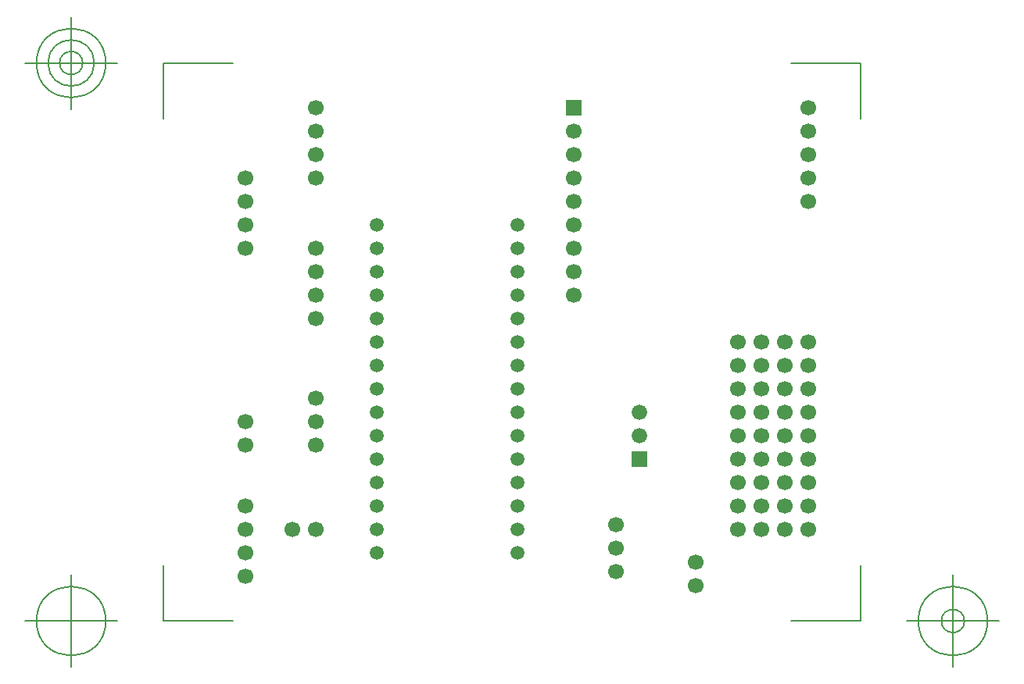
<source format=gbr>
G04 Generated by Ultiboard 14.2 *
%FSLAX34Y34*%
%MOMM*%

%ADD10C,0.0001*%
%ADD11C,0.1270*%
%ADD12C,1.7000*%
%ADD13R,1.7000X1.7000*%
%ADD14C,1.5000*%
%ADD15C,1.6764*%
%ADD16R,1.6764X1.6764*%


G04 ColorRGB 0000FF for the following layer *
%LNCopper Bottom*%
%LPD*%
G54D10*
G54D11*
X-2540Y-2540D02*
X-2540Y57968D01*
X-2540Y-2540D02*
X72968Y-2540D01*
X752540Y-2540D02*
X677032Y-2540D01*
X752540Y-2540D02*
X752540Y57968D01*
X752540Y602540D02*
X752540Y542032D01*
X752540Y602540D02*
X677032Y602540D01*
X-2540Y602540D02*
X72968Y602540D01*
X-2540Y602540D02*
X-2540Y542032D01*
X-52540Y-2540D02*
X-152540Y-2540D01*
X-102540Y-52540D02*
X-102540Y47460D01*
X-140040Y-2540D02*
G75*
D01*
G02X-140040Y-2540I37500J0*
G01*
X802540Y-2540D02*
X902540Y-2540D01*
X852540Y-52540D02*
X852540Y47460D01*
X815040Y-2540D02*
G75*
D01*
G02X815040Y-2540I37500J0*
G01*
X840040Y-2540D02*
G75*
D01*
G02X840040Y-2540I12500J0*
G01*
X-52540Y602540D02*
X-152540Y602540D01*
X-102540Y552540D02*
X-102540Y652540D01*
X-140040Y602540D02*
G75*
D01*
G02X-140040Y602540I37500J0*
G01*
X-127540Y602540D02*
G75*
D01*
G02X-127540Y602540I25000J0*
G01*
X-115040Y602540D02*
G75*
D01*
G02X-115040Y602540I12500J0*
G01*
G54D12*
X441960Y528320D03*
X441960Y502920D03*
X441960Y477520D03*
X441960Y452120D03*
X441960Y426720D03*
X441960Y401320D03*
X441960Y375920D03*
X441960Y350520D03*
X695960Y452120D03*
X695960Y553720D03*
X695960Y528320D03*
X695960Y502920D03*
X695960Y477520D03*
X86360Y45720D03*
X86360Y71120D03*
X86360Y96520D03*
X86360Y121920D03*
X574040Y35560D03*
X574040Y60960D03*
X137160Y96520D03*
X162560Y96520D03*
X162560Y187960D03*
X162560Y213360D03*
X162560Y238760D03*
X86360Y187960D03*
X86360Y213360D03*
X162560Y325120D03*
X162560Y350520D03*
X162560Y375920D03*
X162560Y401320D03*
X86360Y477520D03*
X86360Y452120D03*
X86360Y426720D03*
X86360Y401320D03*
X162560Y477520D03*
X162560Y502920D03*
X162560Y528320D03*
X162560Y553720D03*
X487680Y50800D03*
X487680Y76200D03*
X487680Y101600D03*
X695960Y299720D03*
X695960Y274320D03*
X695960Y248920D03*
X695960Y223520D03*
X695960Y198120D03*
X670560Y299720D03*
X670560Y274320D03*
X670560Y248920D03*
X670560Y223520D03*
X670560Y198120D03*
X619760Y299720D03*
X619760Y274320D03*
X619760Y248920D03*
X619760Y223520D03*
X619760Y198120D03*
X645160Y198120D03*
X645160Y223520D03*
X645160Y248920D03*
X645160Y274320D03*
X645160Y299720D03*
X619760Y121920D03*
X645160Y121920D03*
X670560Y121920D03*
X695960Y121920D03*
X619760Y147320D03*
X645160Y147320D03*
X670560Y147320D03*
X695960Y147320D03*
X619760Y172720D03*
X645160Y172720D03*
X670560Y172720D03*
X695960Y172720D03*
X619760Y96520D03*
X645160Y96520D03*
X670560Y96520D03*
X695960Y96520D03*
G54D13*
X441960Y553720D03*
G54D14*
X228600Y426720D03*
X228600Y401320D03*
X228600Y375920D03*
X228600Y350520D03*
X228600Y325120D03*
X228600Y299720D03*
X228600Y274320D03*
X228600Y248920D03*
X228600Y223520D03*
X228600Y198120D03*
X228600Y172720D03*
X228600Y147320D03*
X228600Y121920D03*
X228600Y96520D03*
X228600Y71120D03*
X381000Y426720D03*
X381000Y401320D03*
X381000Y375920D03*
X381000Y350520D03*
X381000Y325120D03*
X381000Y299720D03*
X381000Y274320D03*
X381000Y248920D03*
X381000Y223520D03*
X381000Y198120D03*
X381000Y172720D03*
X381000Y147320D03*
X381000Y121920D03*
X381000Y96520D03*
X381000Y71120D03*
G54D15*
X513080Y198120D03*
X513080Y223520D03*
G54D16*
X513080Y172720D03*

M02*

</source>
